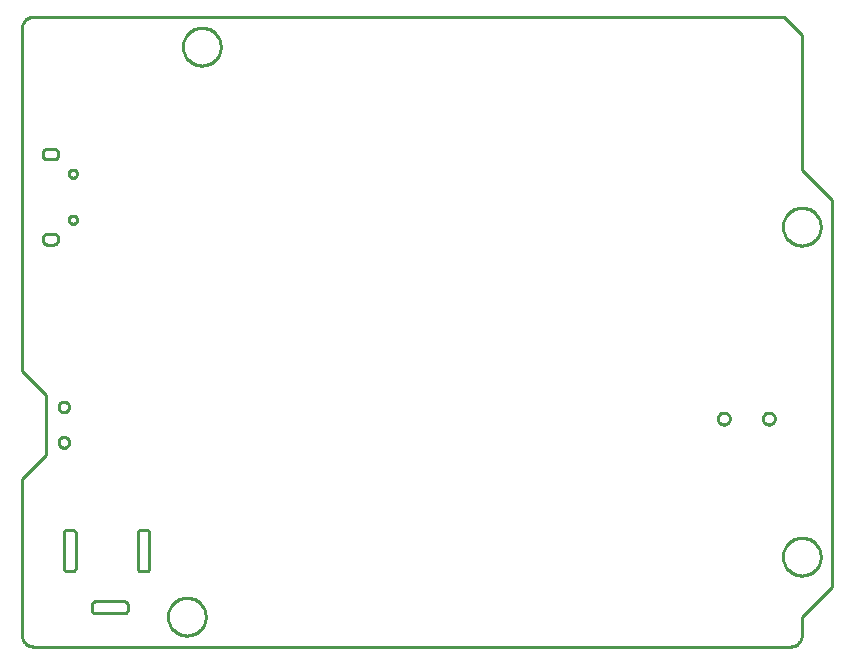
<source format=gbr>
G04 EAGLE Gerber RS-274X export*
G75*
%MOMM*%
%FSLAX34Y34*%
%LPD*%
%IN*%
%IPPOS*%
%AMOC8*
5,1,8,0,0,1.08239X$1,22.5*%
G01*
%ADD10C,0.254000*%


D10*
X0Y10000D02*
X38Y9128D01*
X152Y8264D01*
X341Y7412D01*
X603Y6580D01*
X937Y5774D01*
X1340Y5000D01*
X1808Y4264D01*
X2340Y3572D01*
X2929Y2929D01*
X3572Y2340D01*
X4264Y1808D01*
X5000Y1340D01*
X5774Y937D01*
X6580Y603D01*
X7412Y341D01*
X8264Y152D01*
X9128Y38D01*
X10000Y0D01*
X650400Y0D01*
X651272Y38D01*
X652136Y152D01*
X652988Y341D01*
X653820Y603D01*
X654626Y937D01*
X655400Y1340D01*
X656136Y1808D01*
X656828Y2340D01*
X657471Y2929D01*
X658060Y3572D01*
X658592Y4264D01*
X659060Y5000D01*
X659463Y5774D01*
X659797Y6580D01*
X660059Y7412D01*
X660248Y8264D01*
X660362Y9128D01*
X660400Y10000D01*
X660400Y25400D01*
X685800Y50800D01*
X685800Y378460D01*
X660400Y403860D01*
X660400Y518160D01*
X645160Y533400D01*
X10000Y533400D01*
X9128Y533362D01*
X8264Y533248D01*
X7412Y533059D01*
X6580Y532797D01*
X5774Y532463D01*
X5000Y532060D01*
X4264Y531592D01*
X3572Y531060D01*
X2929Y530471D01*
X2340Y529828D01*
X1808Y529136D01*
X1340Y528400D01*
X937Y527626D01*
X603Y526820D01*
X341Y525988D01*
X152Y525136D01*
X38Y524272D01*
X0Y523400D01*
X0Y233680D01*
X20320Y213360D01*
X20320Y162560D01*
X0Y142240D01*
X0Y10000D01*
X59480Y30780D02*
X59490Y30562D01*
X59518Y30346D01*
X59565Y30133D01*
X59631Y29925D01*
X59714Y29723D01*
X59815Y29530D01*
X59932Y29346D01*
X60065Y29173D01*
X60212Y29012D01*
X60373Y28865D01*
X60546Y28732D01*
X60730Y28615D01*
X60923Y28514D01*
X61125Y28431D01*
X61333Y28365D01*
X61546Y28318D01*
X61762Y28290D01*
X61980Y28280D01*
X86980Y28280D01*
X87198Y28290D01*
X87414Y28318D01*
X87627Y28365D01*
X87835Y28431D01*
X88037Y28514D01*
X88230Y28615D01*
X88414Y28732D01*
X88587Y28865D01*
X88748Y29012D01*
X88895Y29173D01*
X89028Y29346D01*
X89145Y29530D01*
X89246Y29723D01*
X89329Y29925D01*
X89395Y30133D01*
X89442Y30346D01*
X89471Y30562D01*
X89480Y30780D01*
X89480Y35780D01*
X89471Y35998D01*
X89442Y36214D01*
X89395Y36427D01*
X89329Y36635D01*
X89246Y36837D01*
X89145Y37030D01*
X89028Y37214D01*
X88895Y37387D01*
X88748Y37548D01*
X88587Y37695D01*
X88414Y37828D01*
X88230Y37945D01*
X88037Y38046D01*
X87835Y38129D01*
X87627Y38195D01*
X87414Y38242D01*
X87198Y38271D01*
X86980Y38280D01*
X61980Y38280D01*
X61762Y38271D01*
X61546Y38242D01*
X61333Y38195D01*
X61125Y38129D01*
X60923Y38046D01*
X60730Y37945D01*
X60546Y37828D01*
X60373Y37695D01*
X60212Y37548D01*
X60065Y37387D01*
X59932Y37214D01*
X59815Y37030D01*
X59714Y36837D01*
X59631Y36635D01*
X59565Y36427D01*
X59518Y36214D01*
X59490Y35998D01*
X59480Y35780D01*
X59480Y30780D01*
X97980Y66280D02*
X97990Y66062D01*
X98018Y65846D01*
X98065Y65633D01*
X98131Y65425D01*
X98214Y65223D01*
X98315Y65030D01*
X98432Y64846D01*
X98565Y64673D01*
X98712Y64512D01*
X98873Y64365D01*
X99046Y64232D01*
X99230Y64115D01*
X99423Y64014D01*
X99625Y63931D01*
X99833Y63865D01*
X100046Y63818D01*
X100262Y63790D01*
X100480Y63780D01*
X105480Y63780D01*
X105698Y63790D01*
X105914Y63818D01*
X106127Y63865D01*
X106335Y63931D01*
X106537Y64014D01*
X106730Y64115D01*
X106914Y64232D01*
X107087Y64365D01*
X107248Y64512D01*
X107395Y64673D01*
X107528Y64846D01*
X107645Y65030D01*
X107746Y65223D01*
X107829Y65425D01*
X107895Y65633D01*
X107942Y65846D01*
X107971Y66062D01*
X107980Y66280D01*
X107980Y96280D01*
X107971Y96498D01*
X107942Y96714D01*
X107895Y96927D01*
X107829Y97135D01*
X107746Y97337D01*
X107645Y97530D01*
X107528Y97714D01*
X107395Y97887D01*
X107248Y98048D01*
X107087Y98195D01*
X106914Y98328D01*
X106730Y98445D01*
X106537Y98546D01*
X106335Y98629D01*
X106127Y98695D01*
X105914Y98742D01*
X105698Y98771D01*
X105480Y98780D01*
X100480Y98780D01*
X100262Y98771D01*
X100046Y98742D01*
X99833Y98695D01*
X99625Y98629D01*
X99423Y98546D01*
X99230Y98445D01*
X99046Y98328D01*
X98873Y98195D01*
X98712Y98048D01*
X98565Y97887D01*
X98432Y97714D01*
X98315Y97530D01*
X98214Y97337D01*
X98131Y97135D01*
X98065Y96927D01*
X98018Y96714D01*
X97990Y96498D01*
X97980Y96280D01*
X97980Y66280D01*
X35480Y66280D02*
X35490Y66062D01*
X35518Y65846D01*
X35565Y65633D01*
X35631Y65425D01*
X35714Y65223D01*
X35815Y65030D01*
X35932Y64846D01*
X36065Y64673D01*
X36212Y64512D01*
X36373Y64365D01*
X36546Y64232D01*
X36730Y64115D01*
X36923Y64014D01*
X37125Y63931D01*
X37333Y63865D01*
X37546Y63818D01*
X37762Y63790D01*
X37980Y63780D01*
X42980Y63780D01*
X43198Y63790D01*
X43414Y63818D01*
X43627Y63865D01*
X43835Y63931D01*
X44037Y64014D01*
X44230Y64115D01*
X44414Y64232D01*
X44587Y64365D01*
X44748Y64512D01*
X44895Y64673D01*
X45028Y64846D01*
X45145Y65030D01*
X45246Y65223D01*
X45329Y65425D01*
X45395Y65633D01*
X45442Y65846D01*
X45471Y66062D01*
X45480Y66280D01*
X45480Y96280D01*
X45471Y96498D01*
X45442Y96714D01*
X45395Y96927D01*
X45329Y97135D01*
X45246Y97337D01*
X45145Y97530D01*
X45028Y97714D01*
X44895Y97887D01*
X44748Y98048D01*
X44587Y98195D01*
X44414Y98328D01*
X44230Y98445D01*
X44037Y98546D01*
X43835Y98629D01*
X43627Y98695D01*
X43414Y98742D01*
X43198Y98771D01*
X42980Y98780D01*
X37980Y98780D01*
X37762Y98771D01*
X37546Y98742D01*
X37333Y98695D01*
X37125Y98629D01*
X36923Y98546D01*
X36730Y98445D01*
X36546Y98328D01*
X36373Y98195D01*
X36212Y98048D01*
X36065Y97887D01*
X35932Y97714D01*
X35815Y97530D01*
X35714Y97337D01*
X35631Y97135D01*
X35565Y96927D01*
X35518Y96714D01*
X35490Y96498D01*
X35480Y96280D01*
X35480Y66280D01*
X17680Y345000D02*
X17652Y344649D01*
X17654Y344298D01*
X17687Y343948D01*
X17750Y343602D01*
X17843Y343263D01*
X17966Y342933D01*
X18117Y342615D01*
X18294Y342312D01*
X18498Y342025D01*
X18726Y341757D01*
X18976Y341510D01*
X19247Y341286D01*
X19536Y341086D01*
X19842Y340912D01*
X20162Y340766D01*
X20493Y340648D01*
X20833Y340559D01*
X21180Y340500D01*
X27180Y340500D01*
X27527Y340559D01*
X27867Y340648D01*
X28198Y340766D01*
X28518Y340912D01*
X28824Y341086D01*
X29113Y341286D01*
X29384Y341510D01*
X29634Y341757D01*
X29862Y342025D01*
X30066Y342312D01*
X30243Y342615D01*
X30394Y342933D01*
X30517Y343263D01*
X30610Y343602D01*
X30673Y343948D01*
X30706Y344298D01*
X30708Y344649D01*
X30680Y345000D01*
X30708Y345351D01*
X30706Y345702D01*
X30673Y346052D01*
X30610Y346398D01*
X30517Y346737D01*
X30394Y347067D01*
X30243Y347385D01*
X30066Y347688D01*
X29862Y347975D01*
X29634Y348243D01*
X29384Y348490D01*
X29113Y348714D01*
X28824Y348914D01*
X28518Y349088D01*
X28198Y349234D01*
X27867Y349352D01*
X27527Y349441D01*
X27180Y349500D01*
X21180Y349500D01*
X20833Y349441D01*
X20493Y349352D01*
X20162Y349234D01*
X19842Y349088D01*
X19536Y348914D01*
X19247Y348714D01*
X18976Y348490D01*
X18726Y348243D01*
X18498Y347975D01*
X18294Y347688D01*
X18117Y347385D01*
X17966Y347067D01*
X17843Y346737D01*
X17750Y346398D01*
X17687Y346052D01*
X17654Y345702D01*
X17652Y345351D01*
X17680Y345000D01*
X17680Y416000D02*
X17716Y415674D01*
X17780Y415353D01*
X17872Y415038D01*
X17992Y414733D01*
X18137Y414439D01*
X18307Y414159D01*
X18502Y413894D01*
X18718Y413648D01*
X18955Y413422D01*
X19211Y413217D01*
X19484Y413035D01*
X19772Y412877D01*
X20072Y412746D01*
X20382Y412641D01*
X20701Y412563D01*
X21025Y412514D01*
X21352Y412492D01*
X21680Y412500D01*
X27180Y412500D01*
X27485Y412513D01*
X27788Y412553D01*
X28086Y412619D01*
X28377Y412711D01*
X28659Y412828D01*
X28930Y412969D01*
X29188Y413133D01*
X29430Y413319D01*
X29655Y413525D01*
X29861Y413750D01*
X30047Y413992D01*
X30211Y414250D01*
X30352Y414521D01*
X30469Y414803D01*
X30561Y415094D01*
X30627Y415392D01*
X30667Y415695D01*
X30680Y416000D01*
X30680Y418000D01*
X30667Y418305D01*
X30627Y418608D01*
X30561Y418906D01*
X30469Y419197D01*
X30352Y419479D01*
X30211Y419750D01*
X30047Y420008D01*
X29861Y420250D01*
X29655Y420475D01*
X29430Y420681D01*
X29188Y420867D01*
X28930Y421031D01*
X28659Y421172D01*
X28377Y421289D01*
X28086Y421381D01*
X27788Y421447D01*
X27485Y421487D01*
X27180Y421500D01*
X21680Y421500D01*
X21352Y421508D01*
X21025Y421486D01*
X20701Y421437D01*
X20382Y421359D01*
X20072Y421254D01*
X19772Y421123D01*
X19484Y420965D01*
X19211Y420783D01*
X18955Y420578D01*
X18718Y420352D01*
X18502Y420106D01*
X18307Y419842D01*
X18137Y419561D01*
X17992Y419268D01*
X17872Y418962D01*
X17780Y418647D01*
X17716Y418326D01*
X17680Y418000D01*
X17680Y416000D01*
X676400Y355076D02*
X676332Y354031D01*
X676195Y352992D01*
X675990Y351965D01*
X675719Y350953D01*
X675383Y349961D01*
X674982Y348993D01*
X674518Y348054D01*
X673995Y347146D01*
X673413Y346275D01*
X672775Y345444D01*
X672084Y344657D01*
X671343Y343916D01*
X670556Y343225D01*
X669725Y342588D01*
X668854Y342006D01*
X667946Y341482D01*
X667007Y341018D01*
X666039Y340617D01*
X665047Y340281D01*
X664035Y340010D01*
X663008Y339805D01*
X661969Y339669D01*
X660924Y339600D01*
X659876Y339600D01*
X658831Y339669D01*
X657792Y339805D01*
X656765Y340010D01*
X655753Y340281D01*
X654761Y340617D01*
X653793Y341018D01*
X652854Y341482D01*
X651946Y342006D01*
X651075Y342588D01*
X650244Y343225D01*
X649457Y343916D01*
X648716Y344657D01*
X648025Y345444D01*
X647388Y346275D01*
X646806Y347146D01*
X646282Y348054D01*
X645818Y348993D01*
X645417Y349961D01*
X645081Y350953D01*
X644810Y351965D01*
X644605Y352992D01*
X644469Y354031D01*
X644400Y355076D01*
X644400Y356124D01*
X644469Y357169D01*
X644605Y358208D01*
X644810Y359235D01*
X645081Y360247D01*
X645417Y361239D01*
X645818Y362207D01*
X646282Y363146D01*
X646806Y364054D01*
X647388Y364925D01*
X648025Y365756D01*
X648716Y366543D01*
X649457Y367284D01*
X650244Y367975D01*
X651075Y368613D01*
X651946Y369195D01*
X652854Y369718D01*
X653793Y370182D01*
X654761Y370583D01*
X655753Y370919D01*
X656765Y371190D01*
X657792Y371395D01*
X658831Y371532D01*
X659876Y371600D01*
X660924Y371600D01*
X661969Y371532D01*
X663008Y371395D01*
X664035Y371190D01*
X665047Y370919D01*
X666039Y370583D01*
X667007Y370182D01*
X667946Y369718D01*
X668854Y369195D01*
X669725Y368613D01*
X670556Y367975D01*
X671343Y367284D01*
X672084Y366543D01*
X672775Y365756D01*
X673413Y364925D01*
X673995Y364054D01*
X674518Y363146D01*
X674982Y362207D01*
X675383Y361239D01*
X675719Y360247D01*
X675990Y359235D01*
X676195Y358208D01*
X676332Y357169D01*
X676400Y356124D01*
X676400Y355076D01*
X676400Y75676D02*
X676332Y74631D01*
X676195Y73592D01*
X675990Y72565D01*
X675719Y71553D01*
X675383Y70561D01*
X674982Y69593D01*
X674518Y68654D01*
X673995Y67746D01*
X673413Y66875D01*
X672775Y66044D01*
X672084Y65257D01*
X671343Y64516D01*
X670556Y63825D01*
X669725Y63188D01*
X668854Y62606D01*
X667946Y62082D01*
X667007Y61618D01*
X666039Y61217D01*
X665047Y60881D01*
X664035Y60610D01*
X663008Y60405D01*
X661969Y60269D01*
X660924Y60200D01*
X659876Y60200D01*
X658831Y60269D01*
X657792Y60405D01*
X656765Y60610D01*
X655753Y60881D01*
X654761Y61217D01*
X653793Y61618D01*
X652854Y62082D01*
X651946Y62606D01*
X651075Y63188D01*
X650244Y63825D01*
X649457Y64516D01*
X648716Y65257D01*
X648025Y66044D01*
X647388Y66875D01*
X646806Y67746D01*
X646282Y68654D01*
X645818Y69593D01*
X645417Y70561D01*
X645081Y71553D01*
X644810Y72565D01*
X644605Y73592D01*
X644469Y74631D01*
X644400Y75676D01*
X644400Y76724D01*
X644469Y77769D01*
X644605Y78808D01*
X644810Y79835D01*
X645081Y80847D01*
X645417Y81839D01*
X645818Y82807D01*
X646282Y83746D01*
X646806Y84654D01*
X647388Y85525D01*
X648025Y86356D01*
X648716Y87143D01*
X649457Y87884D01*
X650244Y88575D01*
X651075Y89213D01*
X651946Y89795D01*
X652854Y90318D01*
X653793Y90782D01*
X654761Y91183D01*
X655753Y91519D01*
X656765Y91790D01*
X657792Y91995D01*
X658831Y92132D01*
X659876Y92200D01*
X660924Y92200D01*
X661969Y92132D01*
X663008Y91995D01*
X664035Y91790D01*
X665047Y91519D01*
X666039Y91183D01*
X667007Y90782D01*
X667946Y90318D01*
X668854Y89795D01*
X669725Y89213D01*
X670556Y88575D01*
X671343Y87884D01*
X672084Y87143D01*
X672775Y86356D01*
X673413Y85525D01*
X673995Y84654D01*
X674518Y83746D01*
X674982Y82807D01*
X675383Y81839D01*
X675719Y80847D01*
X675990Y79835D01*
X676195Y78808D01*
X676332Y77769D01*
X676400Y76724D01*
X676400Y75676D01*
X168400Y507476D02*
X168332Y506431D01*
X168195Y505392D01*
X167990Y504365D01*
X167719Y503353D01*
X167383Y502361D01*
X166982Y501393D01*
X166518Y500454D01*
X165995Y499546D01*
X165413Y498675D01*
X164775Y497844D01*
X164084Y497057D01*
X163343Y496316D01*
X162556Y495625D01*
X161725Y494988D01*
X160854Y494406D01*
X159946Y493882D01*
X159007Y493418D01*
X158039Y493017D01*
X157047Y492681D01*
X156035Y492410D01*
X155008Y492205D01*
X153969Y492069D01*
X152924Y492000D01*
X151876Y492000D01*
X150831Y492069D01*
X149792Y492205D01*
X148765Y492410D01*
X147753Y492681D01*
X146761Y493017D01*
X145793Y493418D01*
X144854Y493882D01*
X143946Y494406D01*
X143075Y494988D01*
X142244Y495625D01*
X141457Y496316D01*
X140716Y497057D01*
X140025Y497844D01*
X139388Y498675D01*
X138806Y499546D01*
X138282Y500454D01*
X137818Y501393D01*
X137417Y502361D01*
X137081Y503353D01*
X136810Y504365D01*
X136605Y505392D01*
X136469Y506431D01*
X136400Y507476D01*
X136400Y508524D01*
X136469Y509569D01*
X136605Y510608D01*
X136810Y511635D01*
X137081Y512647D01*
X137417Y513639D01*
X137818Y514607D01*
X138282Y515546D01*
X138806Y516454D01*
X139388Y517325D01*
X140025Y518156D01*
X140716Y518943D01*
X141457Y519684D01*
X142244Y520375D01*
X143075Y521013D01*
X143946Y521595D01*
X144854Y522118D01*
X145793Y522582D01*
X146761Y522983D01*
X147753Y523319D01*
X148765Y523590D01*
X149792Y523795D01*
X150831Y523932D01*
X151876Y524000D01*
X152924Y524000D01*
X153969Y523932D01*
X155008Y523795D01*
X156035Y523590D01*
X157047Y523319D01*
X158039Y522983D01*
X159007Y522582D01*
X159946Y522118D01*
X160854Y521595D01*
X161725Y521013D01*
X162556Y520375D01*
X163343Y519684D01*
X164084Y518943D01*
X164775Y518156D01*
X165413Y517325D01*
X165995Y516454D01*
X166518Y515546D01*
X166982Y514607D01*
X167383Y513639D01*
X167719Y512647D01*
X167990Y511635D01*
X168195Y510608D01*
X168332Y509569D01*
X168400Y508524D01*
X168400Y507476D01*
X155700Y24876D02*
X155632Y23831D01*
X155495Y22792D01*
X155290Y21765D01*
X155019Y20753D01*
X154683Y19761D01*
X154282Y18793D01*
X153818Y17854D01*
X153295Y16946D01*
X152713Y16075D01*
X152075Y15244D01*
X151384Y14457D01*
X150643Y13716D01*
X149856Y13025D01*
X149025Y12388D01*
X148154Y11806D01*
X147246Y11282D01*
X146307Y10818D01*
X145339Y10417D01*
X144347Y10081D01*
X143335Y9810D01*
X142308Y9605D01*
X141269Y9469D01*
X140224Y9400D01*
X139176Y9400D01*
X138131Y9469D01*
X137092Y9605D01*
X136065Y9810D01*
X135053Y10081D01*
X134061Y10417D01*
X133093Y10818D01*
X132154Y11282D01*
X131246Y11806D01*
X130375Y12388D01*
X129544Y13025D01*
X128757Y13716D01*
X128016Y14457D01*
X127325Y15244D01*
X126688Y16075D01*
X126106Y16946D01*
X125582Y17854D01*
X125118Y18793D01*
X124717Y19761D01*
X124381Y20753D01*
X124110Y21765D01*
X123905Y22792D01*
X123769Y23831D01*
X123700Y24876D01*
X123700Y25924D01*
X123769Y26969D01*
X123905Y28008D01*
X124110Y29035D01*
X124381Y30047D01*
X124717Y31039D01*
X125118Y32007D01*
X125582Y32946D01*
X126106Y33854D01*
X126688Y34725D01*
X127325Y35556D01*
X128016Y36343D01*
X128757Y37084D01*
X129544Y37775D01*
X130375Y38413D01*
X131246Y38995D01*
X132154Y39518D01*
X133093Y39982D01*
X134061Y40383D01*
X135053Y40719D01*
X136065Y40990D01*
X137092Y41195D01*
X138131Y41332D01*
X139176Y41400D01*
X140224Y41400D01*
X141269Y41332D01*
X142308Y41195D01*
X143335Y40990D01*
X144347Y40719D01*
X145339Y40383D01*
X146307Y39982D01*
X147246Y39518D01*
X148154Y38995D01*
X149025Y38413D01*
X149856Y37775D01*
X150643Y37084D01*
X151384Y36343D01*
X152075Y35556D01*
X152713Y34725D01*
X153295Y33854D01*
X153818Y32946D01*
X154282Y32007D01*
X154683Y31039D01*
X155019Y30047D01*
X155290Y29035D01*
X155495Y28008D01*
X155632Y26969D01*
X155700Y25924D01*
X155700Y24876D01*
X42951Y397000D02*
X42496Y397060D01*
X42053Y397179D01*
X41629Y397354D01*
X41231Y397584D01*
X40867Y397863D01*
X40543Y398187D01*
X40264Y398551D01*
X40034Y398949D01*
X39859Y399373D01*
X39740Y399816D01*
X39680Y400271D01*
X39680Y400729D01*
X39740Y401184D01*
X39859Y401627D01*
X40034Y402051D01*
X40264Y402449D01*
X40543Y402813D01*
X40867Y403137D01*
X41231Y403416D01*
X41629Y403646D01*
X42053Y403821D01*
X42496Y403940D01*
X42951Y404000D01*
X43409Y404000D01*
X43864Y403940D01*
X44307Y403821D01*
X44731Y403646D01*
X45129Y403416D01*
X45493Y403137D01*
X45817Y402813D01*
X46096Y402449D01*
X46326Y402051D01*
X46501Y401627D01*
X46620Y401184D01*
X46680Y400729D01*
X46680Y400271D01*
X46620Y399816D01*
X46501Y399373D01*
X46326Y398949D01*
X46096Y398551D01*
X45817Y398187D01*
X45493Y397863D01*
X45129Y397584D01*
X44731Y397354D01*
X44307Y397179D01*
X43864Y397060D01*
X43409Y397000D01*
X42951Y397000D01*
X42951Y358000D02*
X42496Y358060D01*
X42053Y358179D01*
X41629Y358354D01*
X41231Y358584D01*
X40867Y358863D01*
X40543Y359187D01*
X40264Y359551D01*
X40034Y359949D01*
X39859Y360373D01*
X39740Y360816D01*
X39680Y361271D01*
X39680Y361729D01*
X39740Y362184D01*
X39859Y362627D01*
X40034Y363051D01*
X40264Y363449D01*
X40543Y363813D01*
X40867Y364137D01*
X41231Y364416D01*
X41629Y364646D01*
X42053Y364821D01*
X42496Y364940D01*
X42951Y365000D01*
X43409Y365000D01*
X43864Y364940D01*
X44307Y364821D01*
X44731Y364646D01*
X45129Y364416D01*
X45493Y364137D01*
X45817Y363813D01*
X46096Y363449D01*
X46326Y363051D01*
X46501Y362627D01*
X46620Y362184D01*
X46680Y361729D01*
X46680Y361271D01*
X46620Y360816D01*
X46501Y360373D01*
X46326Y359949D01*
X46096Y359551D01*
X45817Y359187D01*
X45493Y358863D01*
X45129Y358584D01*
X44731Y358354D01*
X44307Y358179D01*
X43864Y358060D01*
X43409Y358000D01*
X42951Y358000D01*
X627460Y193321D02*
X627523Y193879D01*
X627648Y194426D01*
X627833Y194956D01*
X628077Y195462D01*
X628376Y195938D01*
X628726Y196377D01*
X629123Y196774D01*
X629562Y197124D01*
X630038Y197423D01*
X630544Y197667D01*
X631074Y197852D01*
X631621Y197977D01*
X632179Y198040D01*
X632741Y198040D01*
X633299Y197977D01*
X633846Y197852D01*
X634376Y197667D01*
X634882Y197423D01*
X635358Y197124D01*
X635797Y196774D01*
X636194Y196377D01*
X636544Y195938D01*
X636843Y195462D01*
X637087Y194956D01*
X637272Y194426D01*
X637397Y193879D01*
X637460Y193321D01*
X637460Y192759D01*
X637397Y192201D01*
X637272Y191654D01*
X637087Y191124D01*
X636843Y190618D01*
X636544Y190142D01*
X636194Y189703D01*
X635797Y189306D01*
X635358Y188956D01*
X634882Y188657D01*
X634376Y188413D01*
X633846Y188228D01*
X633299Y188103D01*
X632741Y188040D01*
X632179Y188040D01*
X631621Y188103D01*
X631074Y188228D01*
X630544Y188413D01*
X630038Y188657D01*
X629562Y188956D01*
X629123Y189306D01*
X628726Y189703D01*
X628376Y190142D01*
X628077Y190618D01*
X627833Y191124D01*
X627648Y191654D01*
X627523Y192201D01*
X627460Y192759D01*
X627460Y193321D01*
X589360Y193321D02*
X589423Y193879D01*
X589548Y194426D01*
X589733Y194956D01*
X589977Y195462D01*
X590276Y195938D01*
X590626Y196377D01*
X591023Y196774D01*
X591462Y197124D01*
X591938Y197423D01*
X592444Y197667D01*
X592974Y197852D01*
X593521Y197977D01*
X594079Y198040D01*
X594641Y198040D01*
X595199Y197977D01*
X595746Y197852D01*
X596276Y197667D01*
X596782Y197423D01*
X597258Y197124D01*
X597697Y196774D01*
X598094Y196377D01*
X598444Y195938D01*
X598743Y195462D01*
X598987Y194956D01*
X599172Y194426D01*
X599297Y193879D01*
X599360Y193321D01*
X599360Y192759D01*
X599297Y192201D01*
X599172Y191654D01*
X598987Y191124D01*
X598743Y190618D01*
X598444Y190142D01*
X598094Y189703D01*
X597697Y189306D01*
X597258Y188956D01*
X596782Y188657D01*
X596276Y188413D01*
X595746Y188228D01*
X595199Y188103D01*
X594641Y188040D01*
X594079Y188040D01*
X593521Y188103D01*
X592974Y188228D01*
X592444Y188413D01*
X591938Y188657D01*
X591462Y188956D01*
X591023Y189306D01*
X590626Y189703D01*
X590276Y190142D01*
X589977Y190618D01*
X589733Y191124D01*
X589548Y191654D01*
X589423Y192201D01*
X589360Y192759D01*
X589360Y193321D01*
X35265Y198460D02*
X34680Y198537D01*
X34110Y198690D01*
X33565Y198915D01*
X33055Y199210D01*
X32587Y199569D01*
X32169Y199987D01*
X31810Y200455D01*
X31515Y200965D01*
X31290Y201510D01*
X31137Y202080D01*
X31060Y202665D01*
X31060Y203255D01*
X31137Y203840D01*
X31290Y204410D01*
X31515Y204955D01*
X31810Y205465D01*
X32169Y205933D01*
X32587Y206351D01*
X33055Y206710D01*
X33565Y207005D01*
X34110Y207230D01*
X34680Y207383D01*
X35265Y207460D01*
X35855Y207460D01*
X36440Y207383D01*
X37010Y207230D01*
X37555Y207005D01*
X38065Y206710D01*
X38533Y206351D01*
X38951Y205933D01*
X39310Y205465D01*
X39605Y204955D01*
X39830Y204410D01*
X39983Y203840D01*
X40060Y203255D01*
X40060Y202665D01*
X39983Y202080D01*
X39830Y201510D01*
X39605Y200965D01*
X39310Y200455D01*
X38951Y199987D01*
X38533Y199569D01*
X38065Y199210D01*
X37555Y198915D01*
X37010Y198690D01*
X36440Y198537D01*
X35855Y198460D01*
X35265Y198460D01*
X35265Y168460D02*
X34680Y168537D01*
X34110Y168690D01*
X33565Y168915D01*
X33055Y169210D01*
X32587Y169569D01*
X32169Y169987D01*
X31810Y170455D01*
X31515Y170965D01*
X31290Y171510D01*
X31137Y172080D01*
X31060Y172665D01*
X31060Y173255D01*
X31137Y173840D01*
X31290Y174410D01*
X31515Y174955D01*
X31810Y175465D01*
X32169Y175933D01*
X32587Y176351D01*
X33055Y176710D01*
X33565Y177005D01*
X34110Y177230D01*
X34680Y177383D01*
X35265Y177460D01*
X35855Y177460D01*
X36440Y177383D01*
X37010Y177230D01*
X37555Y177005D01*
X38065Y176710D01*
X38533Y176351D01*
X38951Y175933D01*
X39310Y175465D01*
X39605Y174955D01*
X39830Y174410D01*
X39983Y173840D01*
X40060Y173255D01*
X40060Y172665D01*
X39983Y172080D01*
X39830Y171510D01*
X39605Y170965D01*
X39310Y170455D01*
X38951Y169987D01*
X38533Y169569D01*
X38065Y169210D01*
X37555Y168915D01*
X37010Y168690D01*
X36440Y168537D01*
X35855Y168460D01*
X35265Y168460D01*
M02*

</source>
